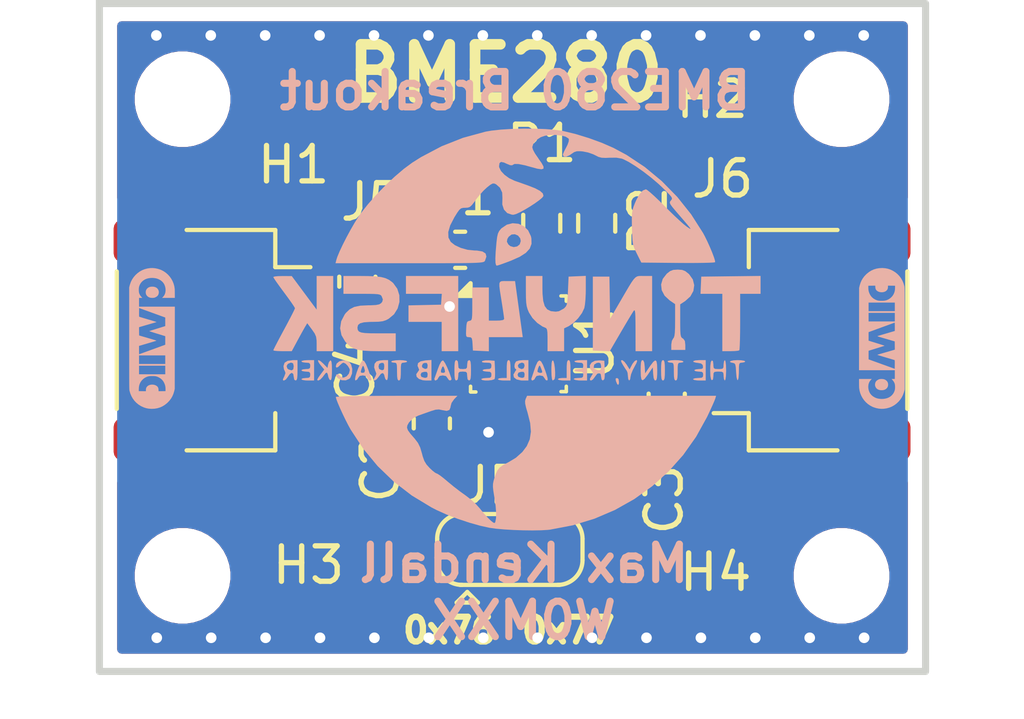
<source format=kicad_pcb>
(kicad_pcb (version 20241229) (generator "pcbnew") (generator_version "9.0")
  (layers (0 "F.Cu" signal) (2 "B.Cu" signal) (13 "F.Paste" user) (15 "B.Paste" user) (5 "F.SilkS" user "F.Silkscreen") (7 "B.SilkS" user "B.Silkscreen") (1 "F.Mask" user) (3 "B.Mask" user) (25 "Edge.Cuts" user))
  (net 0 "")
  (net 1 "Earth")
  (net 2 "+3V3")
  (net 3 "/SDA")
  (net 4 "/SCL")
  (net 5 "/SDO")
  (footprint "Capacitor_SMD:C_0603_1608Metric" (layer "F.Cu") (at 168.1 84.85 -90)
    (property "Reference" "C4" (at 2.5 0.05 90) (layer "F.SilkS"))
    (property "Value" "1uF")
    (pad "1" smd roundrect (at -0.775 0 270) (size 0.9 0.95) (layers "F.Cu" "F.Mask" "F.Paste") (net 1 "Earth"))
    (pad "2" smd roundrect (at 0.775 0 270) (size 0.9 0.95) (layers "F.Cu" "F.Mask" "F.Paste") (net 2 "+3V3"))
  )
  (footprint "Capacitor_SMD:C_0603_1608Metric" (layer "F.Cu") (at 176.825 88.15 90)
    (property "Reference" "C3" (at -2.85 -0.075 90) (layer "F.SilkS"))
    (property "Value" "1uF")
    (pad "1" smd roundrect (at -0.775 0 90) (size 0.9 0.95) (layers "F.Cu" "F.Mask" "F.Paste") (net 1 "Earth"))
    (pad "2" smd roundrect (at 0.775 0 90) (size 0.9 0.95) (layers "F.Cu" "F.Mask" "F.Paste") (net 2 "+3V3"))
  )
  (footprint "Package_LGA:Bosch_LGA-8_2.5x2.5mm_P0.65mm_ClockwisePinNumbering" (layer "F.Cu") (at 172.6425 86.6025)
    (property "Reference" "U1" (at 2.1575 -0.0025 90) (layer "F.SilkS"))
    (property "Value" "BME280")
    (pad "1" smd rect (at -0.975 -1.025 90) (size 0.5 0.35) (layers "F.Cu" "F.Mask" "F.Paste") (net 1 "Earth"))
    (pad "2" smd rect (at -0.325 -1.025 90) (size 0.5 0.35) (layers "F.Cu" "F.Mask" "F.Paste") (net 2 "+3V3"))
    (pad "3" smd rect (at 0.325 -1.025 90) (size 0.5 0.35) (layers "F.Cu" "F.Mask" "F.Paste") (net 3 "/SDA"))
    (pad "4" smd rect (at 0.975 -1.025 90) (size 0.5 0.35) (layers "F.Cu" "F.Mask" "F.Paste") (net 4 "/SCL"))
    (pad "5" smd rect (at 0.975 1.025 90) (size 0.5 0.35) (layers "F.Cu" "F.Mask" "F.Paste") (net 5 "/SDO"))
    (pad "6" smd rect (at 0.325 1.025 90) (size 0.5 0.35) (layers "F.Cu" "F.Mask" "F.Paste") (net 2 "+3V3"))
    (pad "7" smd rect (at -0.325 1.025 90) (size 0.5 0.35) (layers "F.Cu" "F.Mask" "F.Paste") (net 1 "Earth"))
    (pad "8" smd rect (at -0.975 1.025 90) (size 0.5 0.35) (layers "F.Cu" "F.Mask" "F.Paste") (net 2 "+3V3"))
  )
  (footprint "MountingHole:MountingHole_2.2mm_M2" (layer "F.Cu") (at 181.755 79.7)
    (property "Reference" "H2" (at -3.65 0 0) (layer "F.SilkS"))
    (property "Value" "MountingHole")
    (pad "" np_thru_hole circle (at 0 0) (size 2.2 2.2) (drill 2.2) (layers "*.Cu" "*.Mask"))
  )
  (footprint "Connector_JST:JST_SH_SM04B-SRSS-TB_1x04-1MP_P1.00mm_Horizontal" (layer "F.Cu") (at 164 86.5 -90)
    (property "Reference" "J5" (at -3.9 -4.5 180) (layer "F.SilkS"))
    (property "Value" "Qwiic Connector")
    (pad "1" smd roundrect (at -1.5 -2 270) (size 0.6 1.55) (layers "F.Cu" "F.Mask" "F.Paste") (net 1 "Earth"))
    (pad "2" smd roundrect (at -0.5 -2 270) (size 0.6 1.55) (layers "F.Cu" "F.Mask" "F.Paste") (net 2 "+3V3"))
    (pad "3" smd roundrect (at 0.5 -2 270) (size 0.6 1.55) (layers "F.Cu" "F.Mask" "F.Paste") (net 3 "/SDA"))
    (pad "4" smd roundrect (at 1.5 -2 270) (size 0.6 1.55) (layers "F.Cu" "F.Mask" "F.Paste") (net 4 "/SCL"))
    (pad "MP" smd roundrect (at -2.8 1.875 270) (size 1.2 1.8) (layers "F.Cu" "F.Mask" "F.Paste") (roundrect_rratio 0.208333))
    (pad "MP" smd roundrect (at 2.8 1.875 270) (size 1.2 1.8) (layers "F.Cu" "F.Mask" "F.Paste") (roundrect_rratio 0.208333))
  )
  (footprint "Jumper:SolderJumper-3_P1.3mm_Bridged12_RoundedPad1.0x1.5mm" (layer "F.Cu") (at 172.4 92.4075)
    (property "Reference" "JP2" (at 0 -1.8 0) (layer "F.SilkS"))
    (property "Value" "I2C Address")
    (fp_poly (pts (xy -0.9 -0.3) (xy -0.4 -0.3) (xy -0.4 0.3) (xy -0.9 0.3)) (fill yes) (layer "F.Cu"))
    (pad "1" smd custom (at -1.3 0) (size 1 0.5) (layers "F.Cu" "F.Mask") (net 1 "Earth") (options (clearance outline) (anchor rect)) (primitives (gr_circle (center 0 0.25) (end 0.5 0.25) (width 0) (fill yes)) (gr_circle (center 0 -0.25) (end 0.5 -0.25) (width 0) (fill yes)) (gr_poly (pts (xy 0.55 0.75) (xy 0 0.75) (xy 0 -0.75) (xy 0.55 -0.75)) (width 0) (fill yes))))
    (pad "2" smd rect (at 0 0) (size 1 1.5) (layers "F.Cu" "F.Mask") (net 5 "/SDO"))
    (pad "3" smd custom (at 1.3 0) (size 1 0.5) (layers "F.Cu" "F.Mask") (net 2 "+3V3") (options (clearance outline) (anchor rect)) (primitives (gr_circle (center 0 0.25) (end 0.5 0.25) (width 0) (fill yes)) (gr_circle (center 0 -0.25) (end 0.5 -0.25) (width 0) (fill yes)) (gr_poly (pts (xy 0 0.75) (xy -0.55 0.75) (xy -0.55 -0.75) (xy 0 -0.75)) (width 0) (fill yes))))
  )
  (footprint "MountingHole:MountingHole_2.2mm_M2" (layer "F.Cu") (at 163.17 93.15)
    (property "Reference" "H3" (at 3.55 -0.3 0) (layer "F.SilkS"))
    (property "Value" "MountingHole")
    (pad "" np_thru_hole circle (at 0 0) (size 2.2 2.2) (drill 2.2) (layers "*.Cu" "*.Mask"))
  )
  (footprint "MountingHole:MountingHole_2.2mm_M2" (layer "F.Cu") (at 181.755 93.15)
    (property "Reference" "H4" (at -3.55 -0.1 0) (layer "F.SilkS"))
    (property "Value" "MountingHole")
    (pad "" np_thru_hole circle (at 0 0) (size 2.2 2.2) (drill 2.2) (layers "*.Cu" "*.Mask"))
  )
  (footprint "Capacitor_SMD:C_0603_1608Metric" (layer "F.Cu") (at 171 83.95 180)
    (property "Reference" "C1" (at 0 1.5 0) (layer "F.SilkS"))
    (property "Value" "100nF")
    (pad "1" smd roundrect (at -0.775 0 180) (size 0.9 0.95) (layers "F.Cu" "F.Mask" "F.Paste") (net 2 "+3V3"))
    (pad "2" smd roundrect (at 0.775 0 180) (size 0.9 0.95) (layers "F.Cu" "F.Mask" "F.Paste") (net 1 "Earth"))
  )
  (footprint "Capacitor_SMD:C_0603_1608Metric" (layer "F.Cu") (at 170.2 88.85 -90)
    (property "Reference" "C2" (at 1.25 1.45 90) (layer "F.SilkS"))
    (property "Value" "100nF")
    (pad "1" smd roundrect (at -0.775 0 270) (size 0.9 0.95) (layers "F.Cu" "F.Mask" "F.Paste") (net 2 "+3V3"))
    (pad "2" smd roundrect (at 0.775 0 270) (size 0.9 0.95) (layers "F.Cu" "F.Mask" "F.Paste") (net 1 "Earth"))
  )
  (footprint "Resistor_SMD:R_0603_1608Metric" (layer "F.Cu") (at 173.3 83.2 90)
    (property "Reference" "R1" (at 2.25 0 180) (layer "F.SilkS"))
    (property "Value" "4.7k")
    (pad "1" smd roundrect (at -0.825 0 90) (size 0.8 0.95) (layers "F.Cu" "F.Mask" "F.Paste") (net 3 "/SDA"))
    (pad "2" smd roundrect (at 0.825 0 90) (size 0.8 0.95) (layers "F.Cu" "F.Mask" "F.Paste") (net 2 "+3V3"))
  )
  (footprint "Connector_JST:JST_SH_SM04B-SRSS-TB_1x04-1MP_P1.00mm_Horizontal" (layer "F.Cu") (at 180.925 86.5 90)
    (property "Reference" "J6" (at 4.55 -2.525 180) (layer "F.SilkS"))
    (property "Value" "Qwiic Connector")
    (pad "1" smd roundrect (at -1.5 -2 90) (size 0.6 1.55) (layers "F.Cu" "F.Mask" "F.Paste") (net 1 "Earth"))
    (pad "2" smd roundrect (at -0.5 -2 90) (size 0.6 1.55) (layers "F.Cu" "F.Mask" "F.Paste") (net 2 "+3V3"))
    (pad "3" smd roundrect (at 0.5 -2 90) (size 0.6 1.55) (layers "F.Cu" "F.Mask" "F.Paste") (net 3 "/SDA"))
    (pad "4" smd roundrect (at 1.5 -2 90) (size 0.6 1.55) (layers "F.Cu" "F.Mask" "F.Paste") (net 4 "/SCL"))
    (pad "MP" smd roundrect (at -2.8 1.875 90) (size 1.2 1.8) (layers "F.Cu" "F.Mask" "F.Paste") (roundrect_rratio 0.208333))
    (pad "MP" smd roundrect (at 2.8 1.875 90) (size 1.2 1.8) (layers "F.Cu" "F.Mask" "F.Paste") (roundrect_rratio 0.208333))
  )
  (footprint "Resistor_SMD:R_0603_1608Metric" (layer "F.Cu") (at 174.85 83.2 90)
    (property "Reference" "R2" (at 0.05 1.45 270) (layer "F.SilkS"))
    (property "Value" "4.7k")
    (pad "1" smd roundrect (at -0.825 0 90) (size 0.8 0.95) (layers "F.Cu" "F.Mask" "F.Paste") (net 4 "/SCL"))
    (pad "2" smd roundrect (at 0.825 0 90) (size 0.8 0.95) (layers "F.Cu" "F.Mask" "F.Paste") (net 2 "+3V3"))
  )
  (footprint "MountingHole:MountingHole_2.2mm_M2" (layer "F.Cu") (at 163.17 79.7)
    (property "Reference" "H1" (at 3.13 1.85 0) (layer "F.SilkS"))
    (property "Value" "MountingHole")
    (pad "" np_thru_hole circle (at 0 0) (size 2.2 2.2) (drill 2.2) (layers "*.Cu" "*.Mask"))
  )
  (footprint "SparkFun-Qwiic:qwiic_4mm" (layer "B.Cu") (at 162.3 86.452808 -90)
    (property "Reference" "G***" (hide yes))
    (property "Value" "LOGO" (hide yes))
  )
  (footprint "LOGO" (layer "B.Cu") (at 172.635977 86.307848 180)
    (property "Reference" "G***" (hide yes))
    (property "Value" "LOGO" (hide yes))
  )
  (footprint "SparkFun-Qwiic:qwiic_4mm" (layer "B.Cu") (at 182.9 86.45 90)
    (property "Reference" "G***" (hide yes))
    (property "Value" "LOGO" (hide yes))
  )
  (gr_rect (start 160.825 77) (end 184.125 95.85) (stroke (width 0.2)) (fill no) (layer "Edge.Cuts"))
  (gr_text "0x76" (at 169.3 95.1 0) (layer "F.SilkS") (effects (font (size 0.7 0.7) (thickness 0.175) (bold yes)) (justify left bottom)))
  (gr_text "BME280" (at 167.65 79.85 0) (layer "F.SilkS") (effects (font (size 1.5 1.5) (thickness 0.3) (bold yes)) (justify left bottom)))
  (gr_text "0x77" (at 172.65 95.1 0) (layer "F.SilkS") (effects (font (size 0.7 0.7) (thickness 0.175) (bold yes)) (justify left bottom)))
  (gr_text "BME280 Breakout" (at 179.3 80.05 0) (layer "B.SilkS") (effects (font (size 1 1) (thickness 0.2) (bold yes)) (justify left bottom mirror)))
  (gr_text "Max Kendall\nW0MXX" (at 172.8 95 0) (layer "B.SilkS") (effects (font (size 1 1) (thickness 0.2) (bold yes)) (justify bottom mirror)))
  (segment (start 171.6675 85.5775) (end 170.7275 85.5775) (width 0.2) (layer "F.Cu") (net 1))
  (segment (start 170.7275 85.5775) (end 170.7 85.55) (width 0.2) (layer "F.Cu") (net 1))
  (segment (start 172.3175 88.5825) (end 171.8 89.1) (width 0.2) (layer "F.Cu") (net 1))
  (segment (start 172.3175 87.6275) (end 172.3175 88.5825) (width 0.2) (layer "F.Cu") (net 1))
  (via (at 177.776923 77.9) (size 0.6) (drill 0.3) (layers "F.Cu" "B.Cu") (net 1))
  (via (at 170.103846 77.9) (size 0.6) (drill 0.3) (layers "F.Cu" "B.Cu") (net 1))
  (via (at 171.8 89.1) (size 0.6) (drill 0.3) (layers "F.Cu" "B.Cu") (net 1))
  (via (at 168.569231 77.9) (size 0.6) (drill 0.3) (layers "F.Cu" "B.Cu") (net 1))
  (via (at 176.253846 94.9) (size 0.6) (drill 0.3) (layers "F.Cu" "B.Cu") (net 1))
  (via (at 165.5 77.9) (size 0.6) (drill 0.3) (layers "F.Cu" "B.Cu") (net 1))
  (via (at 165.511539 94.9) (size 0.6) (drill 0.3) (layers "F.Cu" "B.Cu") (net 1))
  (via (at 163.976923 94.9) (size 0.6) (drill 0.3) (layers "F.Cu" "B.Cu") (net 1))
  (via (at 179.311538 77.9) (size 0.6) (drill 0.3) (layers "F.Cu" "B.Cu") (net 1))
  (via (at 167.034615 77.9) (size 0.6) (drill 0.3) (layers "F.Cu" "B.Cu") (net 1))
  (via (at 167.046154 94.9) (size 0.6) (drill 0.3) (layers "F.Cu" "B.Cu") (net 1))
  (via (at 182.380769 77.9) (size 0.6) (drill 0.3) (layers "F.Cu" "B.Cu") (net 1))
  (via (at 174.719231 94.9) (size 0.6) (drill 0.3) (layers "F.Cu" "B.Cu") (net 1))
  (via (at 176.242307 77.9) (size 0.6) (drill 0.3) (layers "F.Cu" "B.Cu") (net 1))
  (via (at 173.184616 94.9) (size 0.6) (drill 0.3) (layers "F.Cu" "B.Cu") (net 1))
  (via (at 179.323077 94.9) (size 0.6) (drill 0.3) (layers "F.Cu" "B.Cu") (net 1))
  (via (at 174.707692 77.9) (size 0.6) (drill 0.3) (layers "F.Cu" "B.Cu") (net 1))
  (via (at 168.58077 94.9) (size 0.6) (drill 0.3) (layers "F.Cu" "B.Cu") (net 1))
  (via (at 162.430769 77.9) (size 0.6) (drill 0.3) (layers "F.Cu" "B.Cu") (net 1))
  (via (at 180.857693 94.9) (size 0.6) (drill 0.3) (layers "F.Cu" "B.Cu") (net 1))
  (via (at 180.846154 77.9) (size 0.6) (drill 0.3) (layers "F.Cu" "B.Cu") (net 1))
  (via (at 170.7 85.55) (size 0.6) (drill 0.3) (layers "F.Cu" "B.Cu") (net 1))
  (via (at 182.392308 94.9) (size 0.6) (drill 0.3) (layers "F.Cu" "B.Cu") (net 1))
  (via (at 177.788462 94.9) (size 0.6) (drill 0.3) (layers "F.Cu" "B.Cu") (net 1))
  (via (at 170.115385 94.9) (size 0.6) (drill 0.3) (layers "F.Cu" "B.Cu") (net 1))
  (via (at 171.65 94.9) (size 0.6) (drill 0.3) (layers "F.Cu" "B.Cu") (net 1))
  (via (at 162.442308 94.9) (size 0.6) (drill 0.3) (layers "F.Cu" "B.Cu") (net 1))
  (via (at 171.638461 77.9) (size 0.6) (drill 0.3) (layers "F.Cu" "B.Cu") (net 1))
  (via (at 163.965384 77.9) (size 0.6) (drill 0.3) (layers "F.Cu" "B.Cu") (net 1))
  (via (at 173.173077 77.9) (size 0.6) (drill 0.3) (layers "F.Cu" "B.Cu") (net 1))
  (segment (start 166 86) (end 166.1 85.9) (width 0.2) (layer "F.Cu") (net 2))
  (segment (start 172.9675 87.6275) (end 172.9675 87.2505) (width 0.2) (layer "F.Cu") (net 2))
  (segment (start 172.3175 85.5775) (end 172.3175 84.4925) (width 0.2) (layer "F.Cu") (net 2))
  (segment (start 165.15 88.8) (end 169.475 88.8) (width 0.2) (layer "F.Cu") (net 2))
  (segment (start 168.925 84.8) (end 170.925 84.8) (width 0.2) (layer "F.Cu") (net 2))
  (segment (start 172.3175 84.4925) (end 171.775 83.95) (width 0.2) (layer "F.Cu") (net 2))
  (segment (start 177.2 87) (end 176.825 87.375) (width 0.2) (layer "F.Cu") (net 2))
  (segment (start 171.775 83.9) (end 173.3 82.375) (width 0.2) (layer "F.Cu") (net 2))
  (segment (start 176.5265 87.0765) (end 176.825 87.375) (width 0.2) (layer "F.Cu") (net 2))
  (segment (start 171.775 83.95) (end 171.775 83.9) (width 0.2) (layer "F.Cu") (net 2))
  (segment (start 166 86) (end 165.225001 86) (width 0.2) (layer "F.Cu") (net 2))
  (segment (start 170.925 84.8) (end 171.775 83.95) (width 0.2) (layer "F.Cu") (net 2))
  (segment (start 166.1 85.9) (end 167.825 85.9) (width 0.2) (layer "F.Cu") (net 2))
  (segment (start 168.1 85.625) (end 168.925 84.8) (width 0.2) (layer "F.Cu") (net 2))
  (segment (start 167.825 85.9) (end 168.1 85.625) (width 0.2) (layer "F.Cu") (net 2))
  (segment (start 173.7 91.8555) (end 173.7 92.4075) (width 0.2) (layer "F.Cu") (net 2))
  (segment (start 173.7 90.5) (end 173.7 92.4075) (width 0.2) (layer "F.Cu") (net 2))
  (segment (start 164.7 86.525001) (end 164.7 88.35) (width 0.2) (layer "F.Cu") (net 2))
  (segment (start 171.6675 87.1775) (end 171.6675 87.6275) (width 0.2) (layer "F.Cu") (net 2))
  (segment (start 171.6675 87.6275) (end 170.6475 87.6275) (width 0.2) (layer "F.Cu") (net 2))
  (segment (start 170.6475 87.6275) (end 170.2 88.075) (width 0.2) (layer "F.Cu") (net 2))
  (segment (start 176.825 87.375) (end 173.7 90.5) (width 0.2) (layer "F.Cu") (net 2))
  (segment (start 172.9675 87.0765) (end 171.7685 87.0765) (width 0.2) (layer "F.Cu") (net 2))
  (segment (start 165.225001 86) (end 164.7 86.525001) (width 0.2) (layer "F.Cu") (net 2))
  (segment (start 171.7685 87.0765) (end 171.6675 87.1775) (width 0.2) (layer "F.Cu") (net 2))
  (segment (start 171.775 83.95) (end 171.5625 84.1625) (width 0.2) (layer "F.Cu") (net 2))
  (segment (start 169.475 88.8) (end 170.2 88.075) (width 0.2) (layer "F.Cu") (net 2))
  (segment (start 173.3 82.375) (end 174.85 82.375) (width 0.2) (layer "F.Cu") (net 2))
  (segment (start 172.9675 87.0765) (end 176.5265 87.0765) (width 0.2) (layer "F.Cu") (net 2))
  (segment (start 172.9675 87.2505) (end 172.9675 87.0765) (width 0.2) (layer "F.Cu") (net 2))
  (segment (start 164.7 88.35) (end 165.15 88.8) (width 0.2) (layer "F.Cu") (net 2))
  (segment (start 178.925 87) (end 177.2 87) (width 0.2) (layer "F.Cu") (net 2))
  (segment (start 172.9675 86.0275) (end 172.9675 85.5775) (width 0.2) (layer "F.Cu") (net 3))
  (segment (start 166.05 86.95) (end 168.1 86.95) (width 0.2) (layer "F.Cu") (net 3))
  (segment (start 168.1 86.95) (end 168.9 86.15) (width 0.2) (layer "F.Cu") (net 3))
  (segment (start 178.925 86) (end 179.65 86) (width 0.2) (layer "F.Cu") (net 3))
  (segment (start 180.15 85.5) (end 180.15 84.55) (width 0.2) (layer "F.Cu") (net 3))
  (segment (start 168.9 86.15) (end 172.845 86.15) (width 0.2) (layer "F.Cu") (net 3))
  (segment (start 174.001 83.324) (end 173.3 84.025) (width 0.2) (layer "F.Cu") (net 3))
  (segment (start 173.3 84.025) (end 172.9675 84.3575) (width 0.2) (layer "F.Cu") (net 3))
  (segment (start 178.924 83.324) (end 174.001 83.324) (width 0.2) (layer "F.Cu") (net 3))
  (segment (start 172.845 86.15) (end 172.9675 86.0275) (width 0.2) (layer "F.Cu") (net 3))
  (segment (start 179.65 86) (end 180.15 85.5) (width 0.2) (layer "F.Cu") (net 3))
  (segment (start 172.9675 84.3575) (end 172.9675 85.5775) (width 0.2) (layer "F.Cu") (net 3))
  (segment (start 166 87) (end 166.05 86.95) (width 0.2) (layer "F.Cu") (net 3))
  (segment (start 180.15 84.55) (end 178.924 83.324) (width 0.2) (layer "F.Cu") (net 3))
  (segment (start 177.925 84) (end 174.875 84) (width 0.2) (layer "F.Cu") (net 4))
  (segment (start 166 88) (end 167.65 88) (width 0.2) (layer "F.Cu") (net 4))
  (segment (start 169.099 86.551) (end 173.094 86.551) (width 0.2) (layer "F.Cu") (net 4))
  (segment (start 173.6175 86.0275) (end 173.6175 85.5775) (width 0.2) (layer "F.Cu") (net 4))
  (segment (start 173.094 86.551) (end 173.6175 86.0275) (width 0.2) (layer "F.Cu") (net 4))
  (segment (start 174.85 84.345) (end 173.6175 85.5775) (width 0.2) (layer "F.Cu") (net 4))
  (segment (start 178.925 85) (end 177.925 84) (width 0.2) (layer "F.Cu") (net 4))
  (segment (start 174.875 84) (end 174.85 84.025) (width 0.2) (layer "F.Cu") (net 4))
  (segment (start 167.65 88) (end 169.099 86.551) (width 0.2) (layer "F.Cu") (net 4))
  (segment (start 174.85 84.025) (end 174.85 84.345) (width 0.2) (layer "F.Cu") (net 4))
  (segment (start 172.4 89.65) (end 172.4 92.4075) (width 0.2) (layer "F.Cu") (net 5))
  (segment (start 173.6175 88.4325) (end 172.4 89.65) (width 0.2) (layer "F.Cu") (net 5))
  (segment (start 173.6175 87.6275) (end 173.6175 88.4325) (width 0.2) (layer "F.Cu") (net 5))
  (zone (net 1) (net_name "Earth") (layer "F.Cu") (connect_pads (clearance 0.5)) (min_thickness 0.25) (fill yes (thermal_gap 0.5) (thermal_bridge_width 0.5))
    (polygon (pts (xy 184.2 95.95) (xy 184.2 76.95) (xy 160.8 76.95) (xy 160.8 95.95)))
  )
  (zone (net 1) (net_name "Earth") (layer "B.Cu") (connect_pads (clearance 0.5)) (min_thickness 0.25) (fill yes (thermal_gap 0.5) (thermal_bridge_width 0.5))
    (polygon (pts (xy 184.2 95.9) (xy 184.2 76.9) (xy 160.8 76.9) (xy 160.8 95.9)))
  )
)
</source>
